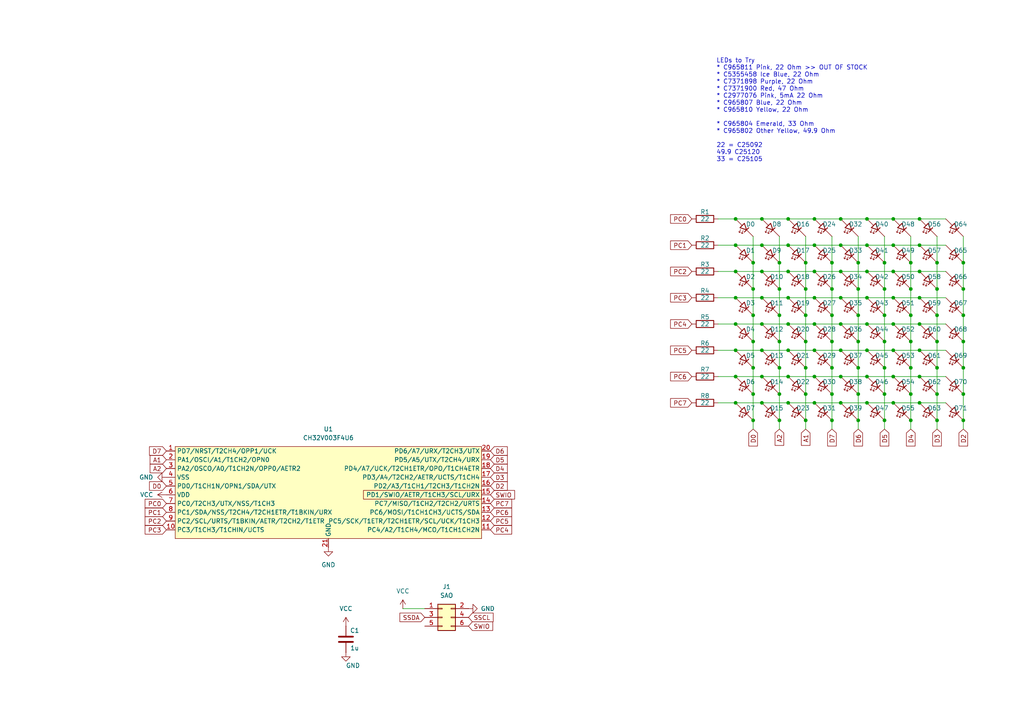
<source format=kicad_sch>
(kicad_sch (version 20250114) (generator "eeschema") (generator_version "9.0")
  (paper "A4")
  (lib_symbols
    (symbol "Connector_Generic:Conn_02x03_Odd_Even" (pin_names (offset 1.016) (hide yes))
      (property "Reference" "J" (at 1.27 5.08 0))
      (property "Value" "Conn_02x03_Odd_Even" (at 1.27 -5.08 0))
      (symbol "Conn_02x03_Odd_Even_1_1"
        (pin passive line (at -5.08 2.54 0) (length 3.81) (name "Pin_1") (number "1"))
        (pin passive line (at -5.08 0 0) (length 3.81) (name "Pin_3") (number "3"))
        (pin passive line (at -5.08 -2.54 0) (length 3.81) (name "Pin_5") (number "5"))
        (pin passive line (at 7.62 2.54 180) (length 3.81) (name "Pin_2") (number "2"))
        (pin passive line (at 7.62 0 180) (length 3.81) (name "Pin_4") (number "4"))
        (pin passive line (at 7.62 -2.54 180) (length 3.81) (name "Pin_6") (number "6"))
      )
    )
    (symbol "Device:C" (pin_numbers (hide yes)) (pin_names (offset 0.254))
      (property "Reference" "C" (at 0.635 2.54 0))
      (property "Value" "C" (at 0.635 -2.54 0))
      (symbol "C_1_1"
        (pin passive line (at 0 3.81 270) (length 2.794) (name "~") (number "1"))
        (pin passive line (at 0 -3.81 90) (length 2.794) (name "~") (number "2"))
      )
    )
    (symbol "Device:LED_45deg" (pin_numbers (hide yes)) (pin_names (offset 0) (hide yes))
      (property "Reference" "D" (at 1.27 2.54 0))
      (property "Value" "LED_45deg" (at 1.27 0 0))
      (property "Sim.Pins" "1=K 2=A" (at 0 0 0))
      (symbol "LED_45deg_1_1"
        (pin passive line (at -2.54 2.54 0) (length 0) (name "A") (number "2"))
        (pin passive line (at 2.54 -2.54 180) (length 0) (name "K") (number "1"))
      )
    )
    (symbol "Device:R" (pin_numbers (hide yes)) (pin_names (offset 0))
      (property "Reference" "R" (at 2.032 0 90))
      (property "Value" "R" (at 0 0 90))
      (symbol "R_1_1"
        (pin passive line (at 0 3.81 270) (length 1.27) (name "~") (number "1"))
        (pin passive line (at 0 -3.81 90) (length 1.27) (name "~") (number "2"))
      )
    )
    (symbol "cnhardware:CH32V003F4U6"
      (property "Reference" "U2" (at 0 17.78 0))
      (property "Value" "CH32V003F4U6" (at 0 15.24 0))
      (symbol "CH32V003F4U6_1_1"
        (pin bidirectional line (at -46.99 11.43 0) (length 2.54) (name "PD7/NRST/T2CH4/OPP1/UCK") (number "1"))
        (pin bidirectional line (at -46.99 8.89 0) (length 2.54) (name "PA1/OSCI/A1/T1CH2/OPN0") (number "2"))
        (pin bidirectional line (at -46.99 6.35 0) (length 2.54) (name "PA2/OSCO/A0/T1CH2N/OPP0/AETR2") (number "3"))
        (pin bidirectional line (at -46.99 3.81 0) (length 2.54) (name "VSS") (number "4"))
        (pin bidirectional line (at -46.99 1.27 0) (length 2.54) (name "PD0/T1CH1N/OPN1/SDA/UTX") (number "5"))
        (pin bidirectional line (at -46.99 -1.27 0) (length 2.54) (name "VDD") (number "6"))
        (pin bidirectional line (at -46.99 -3.81 0) (length 2.54) (name "PC0/T2CH3/UTX/NSS/T1CH3") (number "7"))
        (pin bidirectional line (at -46.99 -6.35 0) (length 2.54) (name "PC1/SDA/NSS/T2CH4/T2CH1ETR/T1BKIN/URX") (number "8"))
        (pin bidirectional line (at -46.99 -8.89 0) (length 2.54) (name "PC2/SCL/URTS/T1BKIN/AETR/T2CH2/T1ETR") (number "9"))
        (pin bidirectional line (at -46.99 -11.43 0) (length 2.54) (name "PC3/T1CH3/T1CHIN/UCTS") (number "10"))
        (pin bidirectional line (at 0 -16.51 90) (length 2.54) (name "GND") (number "21"))
        (pin bidirectional line (at 46.99 11.43 180) (length 2.54) (name "PD6/A7/URX/T2CH3/UTX") (number "20"))
        (pin bidirectional line (at 46.99 8.89 180) (length 2.54) (name "PD5/A5/UTX/T2CH4/URX") (number "19"))
        (pin bidirectional line (at 46.99 6.35 180) (length 2.54) (name "PD4/A7/UCK/T2CH1ETR/OPO/T1CH4ETR") (number "18"))
        (pin bidirectional line (at 46.99 3.81 180) (length 2.54) (name "PD3/A4/T2CH2/AETR/UCTS/T1CH4") (number "17"))
        (pin bidirectional line (at 46.99 1.27 180) (length 2.54) (name "PD2/A3/T1CH1/T2CH3/T1CH2N") (number "16"))
        (pin bidirectional line (at 46.99 -1.27 180) (length 2.54) (name "PD1/SWIO/AETR/T1CH3/SCL/URX") (number "15"))
        (pin bidirectional line (at 46.99 -3.81 180) (length 2.54) (name "PC7/MISO/T1CH2/T2CH2/URTS") (number "14"))
        (pin bidirectional line (at 46.99 -6.35 180) (length 2.54) (name "PC6/MOSI/T1CH1CH3/UCTS/SDA") (number "13"))
        (pin bidirectional line (at 46.99 -8.89 180) (length 2.54) (name "PC5/SCK/T1ETR/T2CH1ETR/SCL/UCK/T1CH3") (number "12"))
        (pin bidirectional line (at 46.99 -11.43 180) (length 2.54) (name "PC4/A2/T1CH4/MCO/T1CH1CH2N") (number "11"))
      )
    )
    (symbol "power:GND" (power) (pin_numbers (hide yes)) (pin_names (offset 0) (hide yes))
      (property "Value" "GND" (at 0 -3.81 0))
      (symbol "GND_1_1"
        (pin power_in line (at 0 0 270) (length 0) (name "~") (number "1"))
      )
    )
    (symbol "power:VCC" (power) (pin_numbers (hide yes)) (pin_names (offset 0) (hide yes))
      (property "Value" "VCC" (at 0 3.556 0))
      (symbol "VCC_1_1"
        (pin power_in line (at 0 0 90) (length 0) (name "~") (number "1"))
      )
    )
  )
  (text "LEDs to Try\n* C965811 Pink, 22 Ohm >> OUT OF STOCK\n* C5355458 Ice Blue, 22 Ohm\n* C7371898 Purple, 22 Ohm\n* C7371900 Red, 47 Ohm\n* C2977076 Pink, 5mA 22 Ohm\n* C965807 Blue, 22 Ohm\n* C965810 Yellow, 22 Ohm\n\n* C965804 Emerald, 33 Ohm\n* C965802 Other Yellow, 49.9 Ohm\n\n22 = C25092\n49.9 C25120\n33 = C25105" (at 207.772 32.004 0) (effects (font (size 1.27 1.27)) (justify left)))
  (junction (at 264.16 91.44))
  (junction (at 264.16 114.3))
  (junction (at 233.68 114.3))
  (junction (at 259.08 109.22))
  (junction (at 266.7 71.12))
  (junction (at 243.84 109.22))
  (junction (at 266.7 116.84))
  (junction (at 220.98 109.22))
  (junction (at 218.44 114.3))
  (junction (at 220.98 86.36))
  (junction (at 248.92 76.2))
  (junction (at 233.68 76.2))
  (junction (at 213.36 78.74))
  (junction (at 220.98 78.74))
  (junction (at 243.84 71.12))
  (junction (at 271.78 114.3))
  (junction (at 264.16 99.06))
  (junction (at 251.46 86.36))
  (junction (at 218.44 121.92))
  (junction (at 256.54 99.06))
  (junction (at 241.3 91.44))
  (junction (at 271.78 106.68))
  (junction (at 264.16 76.2))
  (junction (at 236.22 109.22))
  (junction (at 220.98 63.5))
  (junction (at 220.98 93.98))
  (junction (at 226.06 83.82))
  (junction (at 259.08 93.98))
  (junction (at 218.44 76.2))
  (junction (at 279.4 121.92))
  (junction (at 248.92 99.06))
  (junction (at 236.22 116.84))
  (junction (at 251.46 116.84))
  (junction (at 213.36 86.36))
  (junction (at 226.06 91.44))
  (junction (at 259.08 86.36))
  (junction (at 264.16 106.68))
  (junction (at 259.08 101.6))
  (junction (at 226.06 99.06))
  (junction (at 233.68 83.82))
  (junction (at 251.46 71.12))
  (junction (at 279.4 83.82))
  (junction (at 279.4 99.06))
  (junction (at 279.4 91.44))
  (junction (at 218.44 99.06))
  (junction (at 251.46 78.74))
  (junction (at 226.06 76.2))
  (junction (at 236.22 101.6))
  (junction (at 248.92 106.68))
  (junction (at 218.44 83.82))
  (junction (at 264.16 83.82))
  (junction (at 243.84 86.36))
  (junction (at 243.84 101.6))
  (junction (at 228.6 78.74))
  (junction (at 266.7 93.98))
  (junction (at 213.36 101.6))
  (junction (at 259.08 116.84))
  (junction (at 251.46 63.5))
  (junction (at 220.98 101.6))
  (junction (at 213.36 116.84))
  (junction (at 243.84 78.74))
  (junction (at 228.6 116.84))
  (junction (at 228.6 71.12))
  (junction (at 241.3 99.06))
  (junction (at 256.54 121.92))
  (junction (at 248.92 91.44))
  (junction (at 266.7 109.22))
  (junction (at 243.84 63.5))
  (junction (at 236.22 63.5))
  (junction (at 233.68 91.44))
  (junction (at 233.68 106.68))
  (junction (at 271.78 83.82))
  (junction (at 271.78 99.06))
  (junction (at 236.22 71.12))
  (junction (at 228.6 86.36))
  (junction (at 271.78 76.2))
  (junction (at 279.4 114.3))
  (junction (at 213.36 109.22))
  (junction (at 256.54 106.68))
  (junction (at 279.4 106.68))
  (junction (at 271.78 91.44))
  (junction (at 226.06 121.92))
  (junction (at 241.3 76.2))
  (junction (at 256.54 91.44))
  (junction (at 279.4 76.2))
  (junction (at 266.7 78.74))
  (junction (at 233.68 121.92))
  (junction (at 218.44 91.44))
  (junction (at 226.06 106.68))
  (junction (at 251.46 101.6))
  (junction (at 236.22 78.74))
  (junction (at 271.78 121.92))
  (junction (at 226.06 114.3))
  (junction (at 251.46 109.22))
  (junction (at 243.84 116.84))
  (junction (at 228.6 109.22))
  (junction (at 241.3 121.92))
  (junction (at 266.7 86.36))
  (junction (at 251.46 93.98))
  (junction (at 213.36 93.98))
  (junction (at 256.54 83.82))
  (junction (at 259.08 63.5))
  (junction (at 259.08 71.12))
  (junction (at 256.54 114.3))
  (junction (at 248.92 121.92))
  (junction (at 228.6 101.6))
  (junction (at 248.92 83.82))
  (junction (at 213.36 63.5))
  (junction (at 259.08 78.74))
  (junction (at 243.84 93.98))
  (junction (at 256.54 76.2))
  (junction (at 228.6 93.98))
  (junction (at 241.3 106.68))
  (junction (at 266.7 101.6))
  (junction (at 213.36 71.12))
  (junction (at 218.44 106.68))
  (junction (at 248.92 114.3))
  (junction (at 220.98 116.84))
  (junction (at 228.6 63.5))
  (junction (at 236.22 86.36))
  (junction (at 264.16 121.92))
  (junction (at 241.3 83.82))
  (junction (at 220.98 71.12))
  (junction (at 241.3 114.3))
  (junction (at 233.68 99.06))
  (junction (at 236.22 93.98))
  (junction (at 266.7 63.5))
  (wire (pts (xy 264.16 99.06) (xy 264.16 106.68)))
  (wire (pts (xy 248.92 68.58) (xy 248.92 76.2)))
  (wire (pts (xy 248.92 99.06) (xy 248.92 106.68)))
  (wire (pts (xy 256.54 99.06) (xy 256.54 106.68)))
  (wire (pts (xy 226.06 91.44) (xy 226.06 99.06)))
  (wire (pts (xy 241.3 91.44) (xy 241.3 99.06)))
  (wire (pts (xy 271.78 99.06) (xy 271.78 106.68)))
  (wire (pts (xy 220.98 93.98) (xy 228.6 93.98)))
  (wire (pts (xy 218.44 91.44) (xy 218.44 99.06)))
  (wire (pts (xy 241.3 114.3) (xy 241.3 121.92)))
  (wire (pts (xy 226.06 106.68) (xy 226.06 114.3)))
  (wire (pts (xy 271.78 106.68) (xy 271.78 114.3)))
  (wire (pts (xy 243.84 63.5) (xy 251.46 63.5)))
  (wire (pts (xy 248.92 76.2) (xy 248.92 83.82)))
  (wire (pts (xy 213.36 78.74) (xy 220.98 78.74)))
  (wire (pts (xy 228.6 86.36) (xy 236.22 86.36)))
  (wire (pts (xy 259.08 116.84) (xy 266.7 116.84)))
  (wire (pts (xy 266.7 71.12) (xy 274.32 71.12)))
  (wire (pts (xy 218.44 121.92) (xy 218.44 124.46)))
  (wire (pts (xy 248.92 91.44) (xy 248.92 99.06)))
  (wire (pts (xy 228.6 78.74) (xy 236.22 78.74)))
  (wire (pts (xy 279.4 76.2) (xy 279.4 83.82)))
  (wire (pts (xy 264.16 83.82) (xy 264.16 91.44)))
  (wire (pts (xy 256.54 76.2) (xy 256.54 83.82)))
  (wire (pts (xy 243.84 86.36) (xy 251.46 86.36)))
  (wire (pts (xy 226.06 121.92) (xy 226.06 124.46)))
  (wire (pts (xy 226.06 68.58) (xy 226.06 76.2)))
  (wire (pts (xy 220.98 109.22) (xy 228.6 109.22)))
  (wire (pts (xy 213.36 71.12) (xy 220.98 71.12)))
  (wire (pts (xy 228.6 109.22) (xy 236.22 109.22)))
  (wire (pts (xy 256.54 106.68) (xy 256.54 114.3)))
  (wire (pts (xy 264.16 68.58) (xy 264.16 76.2)))
  (wire (pts (xy 208.28 78.74) (xy 213.36 78.74)))
  (wire (pts (xy 208.28 93.98) (xy 213.36 93.98)))
  (wire (pts (xy 256.54 114.3) (xy 256.54 121.92)))
  (wire (pts (xy 271.78 91.44) (xy 271.78 99.06)))
  (wire (pts (xy 266.7 86.36) (xy 274.32 86.36)))
  (wire (pts (xy 228.6 63.5) (xy 236.22 63.5)))
  (wire (pts (xy 251.46 78.74) (xy 259.08 78.74)))
  (wire (pts (xy 236.22 71.12) (xy 243.84 71.12)))
  (wire (pts (xy 251.46 93.98) (xy 259.08 93.98)))
  (wire (pts (xy 279.4 121.92) (xy 279.4 124.46)))
  (wire (pts (xy 226.06 76.2) (xy 226.06 83.82)))
  (wire (pts (xy 271.78 121.92) (xy 271.78 124.46)))
  (wire (pts (xy 213.36 93.98) (xy 220.98 93.98)))
  (wire (pts (xy 241.3 83.82) (xy 241.3 91.44)))
  (wire (pts (xy 266.7 78.74) (xy 274.32 78.74)))
  (wire (pts (xy 233.68 99.06) (xy 233.68 106.68)))
  (wire (pts (xy 236.22 78.74) (xy 243.84 78.74)))
  (wire (pts (xy 256.54 68.58) (xy 256.54 76.2)))
  (wire (pts (xy 256.54 91.44) (xy 256.54 99.06)))
  (wire (pts (xy 266.7 116.84) (xy 274.32 116.84)))
  (wire (pts (xy 256.54 83.82) (xy 256.54 91.44)))
  (wire (pts (xy 208.28 86.36) (xy 213.36 86.36)))
  (wire (pts (xy 241.3 106.68) (xy 241.3 114.3)))
  (wire (pts (xy 220.98 63.5) (xy 228.6 63.5)))
  (wire (pts (xy 228.6 93.98) (xy 236.22 93.98)))
  (wire (pts (xy 213.36 63.5) (xy 220.98 63.5)))
  (wire (pts (xy 259.08 109.22) (xy 266.7 109.22)))
  (wire (pts (xy 241.3 99.06) (xy 241.3 106.68)))
  (wire (pts (xy 218.44 99.06) (xy 218.44 106.68)))
  (wire (pts (xy 264.16 76.2) (xy 264.16 83.82)))
  (wire (pts (xy 116.84 176.53) (xy 123.19 176.53)))
  (wire (pts (xy 228.6 116.84) (xy 236.22 116.84)))
  (wire (pts (xy 248.92 83.82) (xy 248.92 91.44)))
  (wire (pts (xy 264.16 91.44) (xy 264.16 99.06)))
  (wire (pts (xy 266.7 101.6) (xy 274.32 101.6)))
  (wire (pts (xy 236.22 63.5) (xy 243.84 63.5)))
  (wire (pts (xy 236.22 109.22) (xy 243.84 109.22)))
  (wire (pts (xy 233.68 114.3) (xy 233.68 121.92)))
  (wire (pts (xy 241.3 76.2) (xy 241.3 83.82)))
  (wire (pts (xy 241.3 121.92) (xy 241.3 124.46)))
  (wire (pts (xy 220.98 116.84) (xy 228.6 116.84)))
  (wire (pts (xy 259.08 101.6) (xy 266.7 101.6)))
  (wire (pts (xy 218.44 68.58) (xy 218.44 76.2)))
  (wire (pts (xy 271.78 114.3) (xy 271.78 121.92)))
  (wire (pts (xy 271.78 68.58) (xy 271.78 76.2)))
  (wire (pts (xy 243.84 101.6) (xy 251.46 101.6)))
  (wire (pts (xy 236.22 93.98) (xy 243.84 93.98)))
  (wire (pts (xy 279.4 99.06) (xy 279.4 106.68)))
  (wire (pts (xy 228.6 71.12) (xy 236.22 71.12)))
  (wire (pts (xy 259.08 93.98) (xy 266.7 93.98)))
  (wire (pts (xy 243.84 71.12) (xy 251.46 71.12)))
  (wire (pts (xy 243.84 93.98) (xy 251.46 93.98)))
  (wire (pts (xy 213.36 101.6) (xy 220.98 101.6)))
  (wire (pts (xy 279.4 68.58) (xy 279.4 76.2)))
  (wire (pts (xy 251.46 86.36) (xy 259.08 86.36)))
  (wire (pts (xy 279.4 106.68) (xy 279.4 114.3)))
  (wire (pts (xy 226.06 99.06) (xy 226.06 106.68)))
  (wire (pts (xy 208.28 109.22) (xy 213.36 109.22)))
  (wire (pts (xy 259.08 78.74) (xy 266.7 78.74)))
  (wire (pts (xy 220.98 86.36) (xy 228.6 86.36)))
  (wire (pts (xy 279.4 114.3) (xy 279.4 121.92)))
  (wire (pts (xy 233.68 91.44) (xy 233.68 99.06)))
  (wire (pts (xy 220.98 101.6) (xy 228.6 101.6)))
  (wire (pts (xy 213.36 109.22) (xy 220.98 109.22)))
  (wire (pts (xy 259.08 63.5) (xy 266.7 63.5)))
  (wire (pts (xy 218.44 76.2) (xy 218.44 83.82)))
  (wire (pts (xy 241.3 68.58) (xy 241.3 76.2)))
  (wire (pts (xy 236.22 116.84) (xy 243.84 116.84)))
  (wire (pts (xy 271.78 76.2) (xy 271.78 83.82)))
  (wire (pts (xy 236.22 101.6) (xy 243.84 101.6)))
  (wire (pts (xy 220.98 78.74) (xy 228.6 78.74)))
  (wire (pts (xy 259.08 71.12) (xy 266.7 71.12)))
  (wire (pts (xy 259.08 86.36) (xy 266.7 86.36)))
  (wire (pts (xy 233.68 76.2) (xy 233.68 83.82)))
  (wire (pts (xy 213.36 116.84) (xy 220.98 116.84)))
  (wire (pts (xy 243.84 116.84) (xy 251.46 116.84)))
  (wire (pts (xy 256.54 121.92) (xy 256.54 124.46)))
  (wire (pts (xy 243.84 109.22) (xy 251.46 109.22)))
  (wire (pts (xy 233.68 121.92) (xy 233.68 124.46)))
  (wire (pts (xy 264.16 106.68) (xy 264.16 114.3)))
  (wire (pts (xy 248.92 106.68) (xy 248.92 114.3)))
  (wire (pts (xy 266.7 93.98) (xy 274.32 93.98)))
  (wire (pts (xy 233.68 83.82) (xy 233.68 91.44)))
  (wire (pts (xy 279.4 91.44) (xy 279.4 99.06)))
  (wire (pts (xy 218.44 83.82) (xy 218.44 91.44)))
  (wire (pts (xy 264.16 121.92) (xy 264.16 124.46)))
  (wire (pts (xy 226.06 83.82) (xy 226.06 91.44)))
  (wire (pts (xy 243.84 78.74) (xy 251.46 78.74)))
  (wire (pts (xy 271.78 83.82) (xy 271.78 91.44)))
  (wire (pts (xy 248.92 114.3) (xy 248.92 121.92)))
  (wire (pts (xy 208.28 63.5) (xy 213.36 63.5)))
  (wire (pts (xy 264.16 114.3) (xy 264.16 121.92)))
  (wire (pts (xy 218.44 106.68) (xy 218.44 114.3)))
  (wire (pts (xy 233.68 68.58) (xy 233.68 76.2)))
  (wire (pts (xy 251.46 63.5) (xy 259.08 63.5)))
  (wire (pts (xy 208.28 101.6) (xy 213.36 101.6)))
  (wire (pts (xy 220.98 71.12) (xy 228.6 71.12)))
  (wire (pts (xy 228.6 101.6) (xy 236.22 101.6)))
  (wire (pts (xy 251.46 101.6) (xy 259.08 101.6)))
  (wire (pts (xy 208.28 71.12) (xy 213.36 71.12)))
  (wire (pts (xy 248.92 121.92) (xy 248.92 124.46)))
  (wire (pts (xy 218.44 114.3) (xy 218.44 121.92)))
  (wire (pts (xy 213.36 86.36) (xy 220.98 86.36)))
  (wire (pts (xy 208.28 116.84) (xy 213.36 116.84)))
  (wire (pts (xy 236.22 86.36) (xy 243.84 86.36)))
  (wire (pts (xy 279.4 83.82) (xy 279.4 91.44)))
  (wire (pts (xy 266.7 63.5) (xy 274.32 63.5)))
  (wire (pts (xy 251.46 116.84) (xy 259.08 116.84)))
  (wire (pts (xy 233.68 106.68) (xy 233.68 114.3)))
  (wire (pts (xy 266.7 109.22) (xy 274.32 109.22)))
  (wire (pts (xy 251.46 71.12) (xy 259.08 71.12)))
  (wire (pts (xy 226.06 114.3) (xy 226.06 121.92)))
  (wire (pts (xy 251.46 109.22) (xy 259.08 109.22)))
  (global_label "PC6" (shape input) (at 200.66 109.22 180) (property "Intersheetrefs" "${INTERSHEET_REFS}" (effects (hide yes))))
  (global_label "D0" (shape input) (at 48.26 140.97 180) (property "Intersheetrefs" "${INTERSHEET_REFS}" (effects (hide yes))))
  (global_label "PC4" (shape input) (at 200.66 93.98 180) (property "Intersheetrefs" "${INTERSHEET_REFS}" (effects (hide yes))))
  (global_label "PC7" (shape input) (at 142.24 146.05 0) (property "Intersheetrefs" "${INTERSHEET_REFS}" (effects (hide yes))))
  (global_label "PC2" (shape input) (at 200.66 78.74 180) (property "Intersheetrefs" "${INTERSHEET_REFS}" (effects (hide yes))))
  (global_label "D7" (shape input) (at 48.26 130.81 180) (property "Intersheetrefs" "${INTERSHEET_REFS}" (effects (hide yes))))
  (global_label "PC1" (shape input) (at 48.26 148.59 180) (property "Intersheetrefs" "${INTERSHEET_REFS}" (effects (hide yes))))
  (global_label "PC0" (shape input) (at 48.26 146.05 180) (property "Intersheetrefs" "${INTERSHEET_REFS}" (effects (hide yes))))
  (global_label "A2" (shape input) (at 226.06 124.46 270) (property "Intersheetrefs" "${INTERSHEET_REFS}" (effects (hide yes))))
  (global_label "PC2" (shape input) (at 48.26 151.13 180) (property "Intersheetrefs" "${INTERSHEET_REFS}" (effects (hide yes))))
  (global_label "A1" (shape input) (at 233.68 124.46 270) (property "Intersheetrefs" "${INTERSHEET_REFS}" (effects (hide yes))))
  (global_label "PC3" (shape input) (at 48.26 153.67 180) (property "Intersheetrefs" "${INTERSHEET_REFS}" (effects (hide yes))))
  (global_label "D0" (shape input) (at 218.44 124.46 270) (property "Intersheetrefs" "${INTERSHEET_REFS}" (effects (hide yes))))
  (global_label "D5" (shape input) (at 142.24 133.35 0) (property "Intersheetrefs" "${INTERSHEET_REFS}" (effects (hide yes))))
  (global_label "A1" (shape input) (at 48.26 133.35 180) (property "Intersheetrefs" "${INTERSHEET_REFS}" (effects (hide yes))))
  (global_label "SWIO" (shape input) (at 142.24 143.51 0) (property "Intersheetrefs" "${INTERSHEET_REFS}" (effects (hide yes))))
  (global_label "PC5" (shape input) (at 142.24 151.13 0) (property "Intersheetrefs" "${INTERSHEET_REFS}" (effects (hide yes))))
  (global_label "SSCL" (shape input) (at 135.89 179.07 0) (property "Intersheetrefs" "${INTERSHEET_REFS}" (effects (hide yes))))
  (global_label "D4" (shape input) (at 264.16 124.46 270) (property "Intersheetrefs" "${INTERSHEET_REFS}" (effects (hide yes))))
  (global_label "PC3" (shape input) (at 200.66 86.36 180) (property "Intersheetrefs" "${INTERSHEET_REFS}" (effects (hide yes))))
  (global_label "D6" (shape input) (at 248.92 124.46 270) (property "Intersheetrefs" "${INTERSHEET_REFS}" (effects (hide yes))))
  (global_label "PC4" (shape input) (at 142.24 153.67 0) (property "Intersheetrefs" "${INTERSHEET_REFS}" (effects (hide yes))))
  (global_label "PC0" (shape input) (at 200.66 63.5 180) (property "Intersheetrefs" "${INTERSHEET_REFS}" (effects (hide yes))))
  (global_label "D4" (shape input) (at 142.24 135.89 0) (property "Intersheetrefs" "${INTERSHEET_REFS}" (effects (hide yes))))
  (global_label "SWIO" (shape input) (at 135.89 181.61 0) (property "Intersheetrefs" "${INTERSHEET_REFS}" (effects (hide yes))))
  (global_label "D5" (shape input) (at 256.54 124.46 270) (property "Intersheetrefs" "${INTERSHEET_REFS}" (effects (hide yes))))
  (global_label "SSDA" (shape input) (at 123.19 179.07 180) (property "Intersheetrefs" "${INTERSHEET_REFS}" (effects (hide yes))))
  (global_label "D2" (shape input) (at 279.4 124.46 270) (property "Intersheetrefs" "${INTERSHEET_REFS}" (effects (hide yes))))
  (global_label "D2" (shape input) (at 142.24 140.97 0) (property "Intersheetrefs" "${INTERSHEET_REFS}" (effects (hide yes))))
  (global_label "PC6" (shape input) (at 142.24 148.59 0) (property "Intersheetrefs" "${INTERSHEET_REFS}" (effects (hide yes))))
  (global_label "D6" (shape input) (at 142.24 130.81 0) (property "Intersheetrefs" "${INTERSHEET_REFS}" (effects (hide yes))))
  (global_label "PC5" (shape input) (at 200.66 101.6 180) (property "Intersheetrefs" "${INTERSHEET_REFS}" (effects (hide yes))))
  (global_label "D3" (shape input) (at 142.24 138.43 0) (property "Intersheetrefs" "${INTERSHEET_REFS}" (effects (hide yes))))
  (global_label "D3" (shape input) (at 271.78 124.46 270) (property "Intersheetrefs" "${INTERSHEET_REFS}" (effects (hide yes))))
  (global_label "PC1" (shape input) (at 200.66 71.12 180) (property "Intersheetrefs" "${INTERSHEET_REFS}" (effects (hide yes))))
  (global_label "PC7" (shape input) (at 200.66 116.84 180) (property "Intersheetrefs" "${INTERSHEET_REFS}" (effects (hide yes))))
  (global_label "D7" (shape input) (at 241.3 124.46 270) (property "Intersheetrefs" "${INTERSHEET_REFS}" (effects (hide yes))))
  (global_label "A2" (shape input) (at 48.26 135.89 180) (property "Intersheetrefs" "${INTERSHEET_REFS}" (effects (hide yes))))
  (symbol (lib_id "Device:LED_45deg") (at 215.9 119.38 0) (unit 1)
    (property "Reference" "D7" (at 217.678 118.364 0))
    (property "Value" "LED_45deg" (effects (hide yes)))
    (property "Footprint" "LED_SMD:LED_0603_1608Metric" (effects (hide yes)))
    (property "Description" "Light emitting diode, rotated by 45°" (effects (hide yes)))
    (property "Sim.Pins" "1=K 2=A" (effects (hide yes)))
    (property "LCSC" "C2977076" (effects (hide yes)))
  )
  (symbol (lib_id "power:GND") (at 48.26 138.43 270) (unit 1)
    (property "Reference" "#PWR01" (effects (hide yes)))
    (property "Value" "GND" (at 44.45 138.4299 90) (effects (justify right)))
    (property "Description" "Power symbol creates a global label with name \"GND\" , ground" (effects (hide yes)))
  )
  (symbol (lib_id "Device:LED_45deg") (at 231.14 104.14 0) (unit 1)
    (property "Reference" "D21" (at 232.918 103.124 0))
    (property "Value" "LED_45deg" (effects (hide yes)))
    (property "Footprint" "LED_SMD:LED_0603_1608Metric" (effects (hide yes)))
    (property "Description" "Light emitting diode, rotated by 45°" (effects (hide yes)))
    (property "Sim.Pins" "1=K 2=A" (effects (hide yes)))
    (property "LCSC" "C2977076" (effects (hide yes)))
  )
  (symbol (lib_id "Device:LED_45deg") (at 231.14 81.28 0) (unit 1)
    (property "Reference" "D18" (at 232.918 80.264 0))
    (property "Value" "LED_45deg" (effects (hide yes)))
    (property "Footprint" "LED_SMD:LED_0603_1608Metric" (effects (hide yes)))
    (property "Description" "Light emitting diode, rotated by 45°" (effects (hide yes)))
    (property "Sim.Pins" "1=K 2=A" (effects (hide yes)))
    (property "LCSC" "C2977076" (effects (hide yes)))
  )
  (symbol (lib_id "Device:LED_45deg") (at 223.52 88.9 0) (unit 1)
    (property "Reference" "D11" (at 225.298 87.884 0))
    (property "Value" "LED_45deg" (effects (hide yes)))
    (property "Footprint" "LED_SMD:LED_0603_1608Metric" (effects (hide yes)))
    (property "Description" "Light emitting diode, rotated by 45°" (effects (hide yes)))
    (property "Sim.Pins" "1=K 2=A" (effects (hide yes)))
    (property "LCSC" "C2977076" (effects (hide yes)))
  )
  (symbol (lib_id "Device:LED_45deg") (at 231.14 88.9 0) (unit 1)
    (property "Reference" "D19" (at 232.918 87.884 0))
    (property "Value" "LED_45deg" (effects (hide yes)))
    (property "Footprint" "LED_SMD:LED_0603_1608Metric" (effects (hide yes)))
    (property "Description" "Light emitting diode, rotated by 45°" (effects (hide yes)))
    (property "Sim.Pins" "1=K 2=A" (effects (hide yes)))
    (property "LCSC" "C2977076" (effects (hide yes)))
  )
  (symbol (lib_id "cnhardware:CH32V003F4U6") (at 95.25 142.24 0) (unit 1)
    (property "Reference" "U1" (at 95.25 124.46 0))
    (property "Value" "CH32V003F4U6" (at 95.25 127 0))
    (property "Footprint" "Package_DFN_QFN:QFN-20-1EP_3x3mm_P0.4mm_EP1.65x1.65mm" (effects (hide yes)))
    (property "LCSC" "C5299908" (effects (hide yes)))
  )
  (symbol (lib_id "Device:LED_45deg") (at 246.38 111.76 0) (unit 1)
    (property "Reference" "D38" (at 248.158 110.744 0))
    (property "Value" "LED_45deg" (effects (hide yes)))
    (property "Footprint" "LED_SMD:LED_0603_1608Metric" (effects (hide yes)))
    (property "Description" "Light emitting diode, rotated by 45°" (effects (hide yes)))
    (property "Sim.Pins" "1=K 2=A" (effects (hide yes)))
    (property "LCSC" "C2977076" (effects (hide yes)))
  )
  (symbol (lib_id "Device:LED_45deg") (at 215.9 88.9 0) (unit 1)
    (property "Reference" "D3" (at 217.678 87.884 0))
    (property "Value" "LED_45deg" (effects (hide yes)))
    (property "Footprint" "LED_SMD:LED_0603_1608Metric" (effects (hide yes)))
    (property "Description" "Light emitting diode, rotated by 45°" (effects (hide yes)))
    (property "Sim.Pins" "1=K 2=A" (effects (hide yes)))
    (property "LCSC" "C2977076" (effects (hide yes)))
  )
  (symbol (lib_id "Device:LED_45deg") (at 269.24 96.52 0) (unit 1)
    (property "Reference" "D60" (at 271.018 95.504 0))
    (property "Value" "LED_45deg" (effects (hide yes)))
    (property "Footprint" "LED_SMD:LED_0603_1608Metric" (effects (hide yes)))
    (property "Description" "Light emitting diode, rotated by 45°" (effects (hide yes)))
    (property "Sim.Pins" "1=K 2=A" (effects (hide yes)))
    (property "LCSC" "C2977076" (effects (hide yes)))
  )
  (symbol (lib_id "Device:LED_45deg") (at 246.38 104.14 0) (unit 1)
    (property "Reference" "D37" (at 248.158 103.124 0))
    (property "Value" "LED_45deg" (effects (hide yes)))
    (property "Footprint" "LED_SMD:LED_0603_1608Metric" (effects (hide yes)))
    (property "Description" "Light emitting diode, rotated by 45°" (effects (hide yes)))
    (property "Sim.Pins" "1=K 2=A" (effects (hide yes)))
    (property "LCSC" "C2977076" (effects (hide yes)))
  )
  (symbol (lib_id "Device:LED_45deg") (at 215.9 66.04 0) (unit 1)
    (property "Reference" "D0" (at 217.678 65.024 0))
    (property "Value" "LED_45deg" (effects (hide yes)))
    (property "Footprint" "LED_SMD:LED_0603_1608Metric" (effects (hide yes)))
    (property "Description" "Light emitting diode, rotated by 45°" (effects (hide yes)))
    (property "Sim.Pins" "1=K 2=A" (effects (hide yes)))
    (property "LCSC" "C2977076" (effects (hide yes)))
  )
  (symbol (lib_id "Connector_Generic:Conn_02x03_Odd_Even") (at 128.27 179.07 0) (unit 1)
    (property "Reference" "J1" (at 129.54 170.18 0))
    (property "Value" "SAO" (at 129.54 172.72 0))
    (property "Footprint" "Connector_PinHeader_2.54mm:PinHeader_2x03_P2.54mm_Vertical_SMD" (effects (hide yes)))
    (property "Description" "Generic connector, double row, 02x03, odd/even pin numbering scheme (row 1 odd numbers, row 2 even numbers), script generated (kicad-library-utils/schlib/autogen/connector/)" (effects (hide yes)))
  )
  (symbol (lib_id "Device:LED_45deg") (at 269.24 81.28 0) (unit 1)
    (property "Reference" "D58" (at 271.018 80.264 0))
    (property "Value" "LED_45deg" (effects (hide yes)))
    (property "Footprint" "LED_SMD:LED_0603_1608Metric" (effects (hide yes)))
    (property "Description" "Light emitting diode, rotated by 45°" (effects (hide yes)))
    (property "Sim.Pins" "1=K 2=A" (effects (hide yes)))
    (property "LCSC" "C2977076" (effects (hide yes)))
  )
  (symbol (lib_id "Device:R") (at 204.47 63.5 90) (unit 1)
    (property "Reference" "R1" (at 204.47 61.468 90))
    (property "Value" "22" (at 204.47 63.5 90))
    (property "Footprint" "Resistor_SMD:R_0402_1005Metric" (effects (hide yes)))
    (property "Description" "Resistor" (effects (hide yes)))
    (property "LCSC" "C25092" (effects (hide yes)))
  )
  (symbol (lib_id "Device:LED_45deg") (at 246.38 88.9 0) (unit 1)
    (property "Reference" "D35" (at 248.158 87.884 0))
    (property "Value" "LED_45deg" (effects (hide yes)))
    (property "Footprint" "LED_SMD:LED_0603_1608Metric" (effects (hide yes)))
    (property "Description" "Light emitting diode, rotated by 45°" (effects (hide yes)))
    (property "Sim.Pins" "1=K 2=A" (effects (hide yes)))
    (property "LCSC" "C2977076" (effects (hide yes)))
  )
  (symbol (lib_id "Device:LED_45deg") (at 254 66.04 0) (unit 1)
    (property "Reference" "D40" (at 255.778 65.024 0))
    (property "Value" "LED_45deg" (effects (hide yes)))
    (property "Footprint" "LED_SMD:LED_0603_1608Metric" (effects (hide yes)))
    (property "Description" "Light emitting diode, rotated by 45°" (effects (hide yes)))
    (property "Sim.Pins" "1=K 2=A" (effects (hide yes)))
    (property "LCSC" "C2977076" (effects (hide yes)))
  )
  (symbol (lib_id "Device:LED_45deg") (at 215.9 96.52 0) (unit 1)
    (property "Reference" "D4" (at 217.678 95.504 0))
    (property "Value" "LED_45deg" (effects (hide yes)))
    (property "Footprint" "LED_SMD:LED_0603_1608Metric" (effects (hide yes)))
    (property "Description" "Light emitting diode, rotated by 45°" (effects (hide yes)))
    (property "Sim.Pins" "1=K 2=A" (effects (hide yes)))
    (property "LCSC" "C2977076" (effects (hide yes)))
  )
  (symbol (lib_id "Device:LED_45deg") (at 254 119.38 0) (unit 1)
    (property "Reference" "D47" (at 255.778 118.364 0))
    (property "Value" "LED_45deg" (effects (hide yes)))
    (property "Footprint" "LED_SMD:LED_0603_1608Metric" (effects (hide yes)))
    (property "Description" "Light emitting diode, rotated by 45°" (effects (hide yes)))
    (property "Sim.Pins" "1=K 2=A" (effects (hide yes)))
    (property "LCSC" "C2977076" (effects (hide yes)))
  )
  (symbol (lib_id "Device:LED_45deg") (at 231.14 111.76 0) (unit 1)
    (property "Reference" "D22" (at 232.918 110.744 0))
    (property "Value" "LED_45deg" (effects (hide yes)))
    (property "Footprint" "LED_SMD:LED_0603_1608Metric" (effects (hide yes)))
    (property "Description" "Light emitting diode, rotated by 45°" (effects (hide yes)))
    (property "Sim.Pins" "1=K 2=A" (effects (hide yes)))
    (property "LCSC" "C2977076" (effects (hide yes)))
  )
  (symbol (lib_id "Device:LED_45deg") (at 261.62 66.04 0) (unit 1)
    (property "Reference" "D48" (at 263.398 65.024 0))
    (property "Value" "LED_45deg" (effects (hide yes)))
    (property "Footprint" "LED_SMD:LED_0603_1608Metric" (effects (hide yes)))
    (property "Description" "Light emitting diode, rotated by 45°" (effects (hide yes)))
    (property "Sim.Pins" "1=K 2=A" (effects (hide yes)))
    (property "LCSC" "C2977076" (effects (hide yes)))
  )
  (symbol (lib_id "Device:LED_45deg") (at 246.38 119.38 0) (unit 1)
    (property "Reference" "D39" (at 248.158 118.364 0))
    (property "Value" "LED_45deg" (effects (hide yes)))
    (property "Footprint" "LED_SMD:LED_0603_1608Metric" (effects (hide yes)))
    (property "Description" "Light emitting diode, rotated by 45°" (effects (hide yes)))
    (property "Sim.Pins" "1=K 2=A" (effects (hide yes)))
    (property "LCSC" "C2977076" (effects (hide yes)))
  )
  (symbol (lib_id "Device:LED_45deg") (at 276.86 81.28 0) (unit 1)
    (property "Reference" "D66" (at 278.638 80.264 0))
    (property "Value" "LED_45deg" (effects (hide yes)))
    (property "Footprint" "LED_SMD:LED_0603_1608Metric" (effects (hide yes)))
    (property "Description" "Light emitting diode, rotated by 45°" (effects (hide yes)))
    (property "Sim.Pins" "1=K 2=A" (effects (hide yes)))
    (property "LCSC" "C2977076" (effects (hide yes)))
  )
  (symbol (lib_id "Device:LED_45deg") (at 276.86 96.52 0) (unit 1)
    (property "Reference" "D68" (at 278.638 95.504 0))
    (property "Value" "LED_45deg" (effects (hide yes)))
    (property "Footprint" "LED_SMD:LED_0603_1608Metric" (effects (hide yes)))
    (property "Description" "Light emitting diode, rotated by 45°" (effects (hide yes)))
    (property "Sim.Pins" "1=K 2=A" (effects (hide yes)))
    (property "LCSC" "C2977076" (effects (hide yes)))
  )
  (symbol (lib_id "power:GND") (at 95.25 158.75 0) (unit 1)
    (property "Reference" "#PWR03" (effects (hide yes)))
    (property "Value" "GND" (at 95.25 163.83 0))
    (property "Description" "Power symbol creates a global label with name \"GND\" , ground" (effects (hide yes)))
  )
  (symbol (lib_id "Device:LED_45deg") (at 238.76 96.52 0) (unit 1)
    (property "Reference" "D28" (at 240.538 95.504 0))
    (property "Value" "LED_45deg" (effects (hide yes)))
    (property "Footprint" "LED_SMD:LED_0603_1608Metric" (effects (hide yes)))
    (property "Description" "Light emitting diode, rotated by 45°" (effects (hide yes)))
    (property "Sim.Pins" "1=K 2=A" (effects (hide yes)))
    (property "LCSC" "C2977076" (effects (hide yes)))
  )
  (symbol (lib_id "Device:LED_45deg") (at 238.76 66.04 0) (unit 1)
    (property "Reference" "D24" (at 240.538 65.024 0))
    (property "Value" "LED_45deg" (effects (hide yes)))
    (property "Footprint" "LED_SMD:LED_0603_1608Metric" (effects (hide yes)))
    (property "Description" "Light emitting diode, rotated by 45°" (effects (hide yes)))
    (property "Sim.Pins" "1=K 2=A" (effects (hide yes)))
    (property "LCSC" "C2977076" (effects (hide yes)))
  )
  (symbol (lib_id "Device:LED_45deg") (at 238.76 104.14 0) (unit 1)
    (property "Reference" "D29" (at 240.538 103.124 0))
    (property "Value" "LED_45deg" (effects (hide yes)))
    (property "Footprint" "LED_SMD:LED_0603_1608Metric" (effects (hide yes)))
    (property "Description" "Light emitting diode, rotated by 45°" (effects (hide yes)))
    (property "Sim.Pins" "1=K 2=A" (effects (hide yes)))
    (property "LCSC" "C2977076" (effects (hide yes)))
  )
  (symbol (lib_id "Device:LED_45deg") (at 261.62 104.14 0) (unit 1)
    (property "Reference" "D53" (at 263.398 103.124 0))
    (property "Value" "LED_45deg" (effects (hide yes)))
    (property "Footprint" "LED_SMD:LED_0603_1608Metric" (effects (hide yes)))
    (property "Description" "Light emitting diode, rotated by 45°" (effects (hide yes)))
    (property "Sim.Pins" "1=K 2=A" (effects (hide yes)))
    (property "LCSC" "C2977076" (effects (hide yes)))
  )
  (symbol (lib_id "Device:LED_45deg") (at 238.76 111.76 0) (unit 1)
    (property "Reference" "D30" (at 240.538 110.744 0))
    (property "Value" "LED_45deg" (effects (hide yes)))
    (property "Footprint" "LED_SMD:LED_0603_1608Metric" (effects (hide yes)))
    (property "Description" "Light emitting diode, rotated by 45°" (effects (hide yes)))
    (property "Sim.Pins" "1=K 2=A" (effects (hide yes)))
    (property "LCSC" "C2977076" (effects (hide yes)))
  )
  (symbol (lib_id "Device:LED_45deg") (at 223.52 111.76 0) (unit 1)
    (property "Reference" "D14" (at 225.298 110.744 0))
    (property "Value" "LED_45deg" (effects (hide yes)))
    (property "Footprint" "LED_SMD:LED_0603_1608Metric" (effects (hide yes)))
    (property "Description" "Light emitting diode, rotated by 45°" (effects (hide yes)))
    (property "Sim.Pins" "1=K 2=A" (effects (hide yes)))
    (property "LCSC" "C2977076" (effects (hide yes)))
  )
  (symbol (lib_id "Device:LED_45deg") (at 231.14 66.04 0) (unit 1)
    (property "Reference" "D16" (at 232.918 65.024 0))
    (property "Value" "LED_45deg" (effects (hide yes)))
    (property "Footprint" "LED_SMD:LED_0603_1608Metric" (effects (hide yes)))
    (property "Description" "Light emitting diode, rotated by 45°" (effects (hide yes)))
    (property "Sim.Pins" "1=K 2=A" (effects (hide yes)))
    (property "LCSC" "C2977076" (effects (hide yes)))
  )
  (symbol (lib_id "Device:LED_45deg") (at 269.24 104.14 0) (unit 1)
    (property "Reference" "D61" (at 271.018 103.124 0))
    (property "Value" "LED_45deg" (effects (hide yes)))
    (property "Footprint" "LED_SMD:LED_0603_1608Metric" (effects (hide yes)))
    (property "Description" "Light emitting diode, rotated by 45°" (effects (hide yes)))
    (property "Sim.Pins" "1=K 2=A" (effects (hide yes)))
    (property "LCSC" "C2977076" (effects (hide yes)))
  )
  (symbol (lib_id "Device:LED_45deg") (at 261.62 88.9 0) (unit 1)
    (property "Reference" "D51" (at 263.398 87.884 0))
    (property "Value" "LED_45deg" (effects (hide yes)))
    (property "Footprint" "LED_SMD:LED_0603_1608Metric" (effects (hide yes)))
    (property "Description" "Light emitting diode, rotated by 45°" (effects (hide yes)))
    (property "Sim.Pins" "1=K 2=A" (effects (hide yes)))
    (property "LCSC" "C2977076" (effects (hide yes)))
  )
  (symbol (lib_id "Device:LED_45deg") (at 254 104.14 0) (unit 1)
    (property "Reference" "D45" (at 255.778 103.124 0))
    (property "Value" "LED_45deg" (effects (hide yes)))
    (property "Footprint" "LED_SMD:LED_0603_1608Metric" (effects (hide yes)))
    (property "Description" "Light emitting diode, rotated by 45°" (effects (hide yes)))
    (property "Sim.Pins" "1=K 2=A" (effects (hide yes)))
    (property "LCSC" "C2977076" (effects (hide yes)))
  )
  (symbol (lib_id "Device:LED_45deg") (at 231.14 96.52 0) (unit 1)
    (property "Reference" "D20" (at 232.918 95.504 0))
    (property "Value" "LED_45deg" (effects (hide yes)))
    (property "Footprint" "LED_SMD:LED_0603_1608Metric" (effects (hide yes)))
    (property "Description" "Light emitting diode, rotated by 45°" (effects (hide yes)))
    (property "Sim.Pins" "1=K 2=A" (effects (hide yes)))
    (property "LCSC" "C2977076" (effects (hide yes)))
  )
  (symbol (lib_id "Device:LED_45deg") (at 261.62 111.76 0) (unit 1)
    (property "Reference" "D54" (at 263.398 110.744 0))
    (property "Value" "LED_45deg" (effects (hide yes)))
    (property "Footprint" "LED_SMD:LED_0603_1608Metric" (effects (hide yes)))
    (property "Description" "Light emitting diode, rotated by 45°" (effects (hide yes)))
    (property "Sim.Pins" "1=K 2=A" (effects (hide yes)))
    (property "LCSC" "C2977076" (effects (hide yes)))
  )
  (symbol (lib_id "Device:LED_45deg") (at 231.14 73.66 0) (unit 1)
    (property "Reference" "D17" (at 232.918 72.644 0))
    (property "Value" "LED_45deg" (effects (hide yes)))
    (property "Footprint" "LED_SMD:LED_0603_1608Metric" (effects (hide yes)))
    (property "Description" "Light emitting diode, rotated by 45°" (effects (hide yes)))
    (property "Sim.Pins" "1=K 2=A" (effects (hide yes)))
    (property "LCSC" "C2977076" (effects (hide yes)))
  )
  (symbol (lib_id "Device:R") (at 204.47 71.12 90) (unit 1)
    (property "Reference" "R2" (at 204.47 69.088 90))
    (property "Value" "22" (at 204.47 71.12 90))
    (property "Footprint" "Resistor_SMD:R_0402_1005Metric" (effects (hide yes)))
    (property "Description" "Resistor" (effects (hide yes)))
    (property "LCSC" "C25092" (effects (hide yes)))
  )
  (symbol (lib_id "Device:LED_45deg") (at 276.86 104.14 0) (unit 1)
    (property "Reference" "D69" (at 278.638 103.124 0))
    (property "Value" "LED_45deg" (effects (hide yes)))
    (property "Footprint" "LED_SMD:LED_0603_1608Metric" (effects (hide yes)))
    (property "Description" "Light emitting diode, rotated by 45°" (effects (hide yes)))
    (property "Sim.Pins" "1=K 2=A" (effects (hide yes)))
    (property "LCSC" "C2977076" (effects (hide yes)))
  )
  (symbol (lib_id "Device:LED_45deg") (at 223.52 119.38 0) (unit 1)
    (property "Reference" "D15" (at 225.298 118.364 0))
    (property "Value" "LED_45deg" (effects (hide yes)))
    (property "Footprint" "LED_SMD:LED_0603_1608Metric" (effects (hide yes)))
    (property "Description" "Light emitting diode, rotated by 45°" (effects (hide yes)))
    (property "Sim.Pins" "1=K 2=A" (effects (hide yes)))
    (property "LCSC" "C2977076" (effects (hide yes)))
  )
  (symbol (lib_id "Device:LED_45deg") (at 223.52 73.66 0) (unit 1)
    (property "Reference" "D9" (at 225.298 72.644 0))
    (property "Value" "LED_45deg" (effects (hide yes)))
    (property "Footprint" "LED_SMD:LED_0603_1608Metric" (effects (hide yes)))
    (property "Description" "Light emitting diode, rotated by 45°" (effects (hide yes)))
    (property "Sim.Pins" "1=K 2=A" (effects (hide yes)))
    (property "LCSC" "C2977076" (effects (hide yes)))
  )
  (symbol (lib_id "power:GND") (at 100.33 189.23 0) (unit 1)
    (property "Reference" "#PWR05" (effects (hide yes)))
    (property "Value" "GND" (at 100.33 193.04 0) (effects (justify left)))
  )
  (symbol (lib_id "power:VCC") (at 100.33 181.61 0) (unit 1)
    (property "Reference" "#PWR04" (effects (hide yes)))
    (property "Value" "VCC" (at 100.33 176.53 0))
    (property "Description" "Power symbol creates a global label with name \"VCC\"" (effects (hide yes)))
  )
  (symbol (lib_id "Device:LED_45deg") (at 276.86 111.76 0) (unit 1)
    (property "Reference" "D70" (at 278.638 110.744 0))
    (property "Value" "LED_45deg" (effects (hide yes)))
    (property "Footprint" "LED_SMD:LED_0603_1608Metric" (effects (hide yes)))
    (property "Description" "Light emitting diode, rotated by 45°" (effects (hide yes)))
    (property "Sim.Pins" "1=K 2=A" (effects (hide yes)))
    (property "LCSC" "C2977076" (effects (hide yes)))
  )
  (symbol (lib_id "Device:LED_45deg") (at 215.9 111.76 0) (unit 1)
    (property "Reference" "D6" (at 217.678 110.744 0))
    (property "Value" "LED_45deg" (effects (hide yes)))
    (property "Footprint" "LED_SMD:LED_0603_1608Metric" (effects (hide yes)))
    (property "Description" "Light emitting diode, rotated by 45°" (effects (hide yes)))
    (property "Sim.Pins" "1=K 2=A" (effects (hide yes)))
    (property "LCSC" "C2977076" (effects (hide yes)))
  )
  (symbol (lib_id "Device:LED_45deg") (at 261.62 119.38 0) (unit 1)
    (property "Reference" "D55" (at 263.398 118.364 0))
    (property "Value" "LED_45deg" (effects (hide yes)))
    (property "Footprint" "LED_SMD:LED_0603_1608Metric" (effects (hide yes)))
    (property "Description" "Light emitting diode, rotated by 45°" (effects (hide yes)))
    (property "Sim.Pins" "1=K 2=A" (effects (hide yes)))
    (property "LCSC" "C2977076" (effects (hide yes)))
  )
  (symbol (lib_id "Device:LED_45deg") (at 231.14 119.38 0) (unit 1)
    (property "Reference" "D23" (at 232.918 118.364 0))
    (property "Value" "LED_45deg" (effects (hide yes)))
    (property "Footprint" "LED_SMD:LED_0603_1608Metric" (effects (hide yes)))
    (property "Description" "Light emitting diode, rotated by 45°" (effects (hide yes)))
    (property "Sim.Pins" "1=K 2=A" (effects (hide yes)))
    (property "LCSC" "C2977076" (effects (hide yes)))
  )
  (symbol (lib_id "Device:LED_45deg") (at 276.86 66.04 0) (unit 1)
    (property "Reference" "D64" (at 278.638 65.024 0))
    (property "Value" "LED_45deg" (effects (hide yes)))
    (property "Footprint" "LED_SMD:LED_0603_1608Metric" (effects (hide yes)))
    (property "Description" "Light emitting diode, rotated by 45°" (effects (hide yes)))
    (property "Sim.Pins" "1=K 2=A" (effects (hide yes)))
    (property "LCSC" "C2977076" (effects (hide yes)))
  )
  (symbol (lib_id "Device:LED_45deg") (at 246.38 66.04 0) (unit 1)
    (property "Reference" "D32" (at 248.158 65.024 0))
    (property "Value" "LED_45deg" (effects (hide yes)))
    (property "Footprint" "LED_SMD:LED_0603_1608Metric" (effects (hide yes)))
    (property "Description" "Light emitting diode, rotated by 45°" (effects (hide yes)))
    (property "Sim.Pins" "1=K 2=A" (effects (hide yes)))
    (property "LCSC" "C2977076" (effects (hide yes)))
  )
  (symbol (lib_id "Device:R") (at 204.47 116.84 90) (unit 1)
    (property "Reference" "R8" (at 204.47 114.808 90))
    (property "Value" "22" (at 204.47 116.84 90))
    (property "Footprint" "Resistor_SMD:R_0402_1005Metric" (effects (hide yes)))
    (property "Description" "Resistor" (effects (hide yes)))
    (property "LCSC" "C25092" (effects (hide yes)))
  )
  (symbol (lib_id "Device:R") (at 204.47 101.6 90) (unit 1)
    (property "Reference" "R6" (at 204.47 99.568 90))
    (property "Value" "22" (at 204.47 101.6 90))
    (property "Footprint" "Resistor_SMD:R_0402_1005Metric" (effects (hide yes)))
    (property "Description" "Resistor" (effects (hide yes)))
    (property "LCSC" "C25092" (effects (hide yes)))
  )
  (symbol (lib_id "Device:LED_45deg") (at 276.86 119.38 0) (unit 1)
    (property "Reference" "D71" (at 278.638 118.364 0))
    (property "Value" "LED_45deg" (effects (hide yes)))
    (property "Footprint" "LED_SMD:LED_0603_1608Metric" (effects (hide yes)))
    (property "Description" "Light emitting diode, rotated by 45°" (effects (hide yes)))
    (property "Sim.Pins" "1=K 2=A" (effects (hide yes)))
    (property "LCSC" "C2977076" (effects (hide yes)))
  )
  (symbol (lib_id "Device:LED_45deg") (at 269.24 73.66 0) (unit 1)
    (property "Reference" "D57" (at 271.018 72.644 0))
    (property "Value" "LED_45deg" (effects (hide yes)))
    (property "Footprint" "LED_SMD:LED_0603_1608Metric" (effects (hide yes)))
    (property "Description" "Light emitting diode, rotated by 45°" (effects (hide yes)))
    (property "Sim.Pins" "1=K 2=A" (effects (hide yes)))
    (property "LCSC" "C2977076" (effects (hide yes)))
  )
  (symbol (lib_id "Device:LED_45deg") (at 269.24 66.04 0) (unit 1)
    (property "Reference" "D56" (at 271.018 65.024 0))
    (property "Value" "LED_45deg" (effects (hide yes)))
    (property "Footprint" "LED_SMD:LED_0603_1608Metric" (effects (hide yes)))
    (property "Description" "Light emitting diode, rotated by 45°" (effects (hide yes)))
    (property "Sim.Pins" "1=K 2=A" (effects (hide yes)))
    (property "LCSC" "C2977076" (effects (hide yes)))
  )
  (symbol (lib_id "Device:LED_45deg") (at 261.62 73.66 0) (unit 1)
    (property "Reference" "D49" (at 263.398 72.644 0))
    (property "Value" "LED_45deg" (effects (hide yes)))
    (property "Footprint" "LED_SMD:LED_0603_1608Metric" (effects (hide yes)))
    (property "Description" "Light emitting diode, rotated by 45°" (effects (hide yes)))
    (property "Sim.Pins" "1=K 2=A" (effects (hide yes)))
    (property "LCSC" "C2977076" (effects (hide yes)))
  )
  (symbol (lib_id "Device:LED_45deg") (at 238.76 119.38 0) (unit 1)
    (property "Reference" "D31" (at 240.538 118.364 0))
    (property "Value" "LED_45deg" (effects (hide yes)))
    (property "Footprint" "LED_SMD:LED_0603_1608Metric" (effects (hide yes)))
    (property "Description" "Light emitting diode, rotated by 45°" (effects (hide yes)))
    (property "Sim.Pins" "1=K 2=A" (effects (hide yes)))
    (property "LCSC" "C2977076" (effects (hide yes)))
  )
  (symbol (lib_id "Device:C") (at 100.33 185.42 180) (unit 1)
    (property "Reference" "C1" (at 102.87 182.88 0))
    (property "Value" "1u" (at 102.87 187.96 0))
    (property "Footprint" "Resistor_SMD:R_0402_1005Metric" (effects (hide yes)))
    (property "LCSC" "C52923" (effects (hide yes)))
  )
  (symbol (lib_id "power:VCC") (at 48.26 143.51 90) (unit 1)
    (property "Reference" "#PWR02" (effects (hide yes)))
    (property "Value" "VCC" (at 44.45 143.5099 90) (effects (justify left)))
    (property "Description" "Power symbol creates a global label with name \"VCC\"" (effects (hide yes)))
  )
  (symbol (lib_id "Device:LED_45deg") (at 254 96.52 0) (unit 1)
    (property "Reference" "D44" (at 255.778 95.504 0))
    (property "Value" "LED_45deg" (effects (hide yes)))
    (property "Footprint" "LED_SMD:LED_0603_1608Metric" (effects (hide yes)))
    (property "Description" "Light emitting diode, rotated by 45°" (effects (hide yes)))
    (property "Sim.Pins" "1=K 2=A" (effects (hide yes)))
    (property "LCSC" "C2977076" (effects (hide yes)))
  )
  (symbol (lib_id "Device:LED_45deg") (at 215.9 81.28 0) (unit 1)
    (property "Reference" "D2" (at 217.678 80.264 0))
    (property "Value" "LED_45deg" (effects (hide yes)))
    (property "Footprint" "LED_SMD:LED_0603_1608Metric" (effects (hide yes)))
    (property "Description" "Light emitting diode, rotated by 45°" (effects (hide yes)))
    (property "Sim.Pins" "1=K 2=A" (effects (hide yes)))
    (property "LCSC" "C2977076" (effects (hide yes)))
  )
  (symbol (lib_id "Device:LED_45deg") (at 261.62 96.52 0) (unit 1)
    (property "Reference" "D52" (at 263.398 95.504 0))
    (property "Value" "LED_45deg" (effects (hide yes)))
    (property "Footprint" "LED_SMD:LED_0603_1608Metric" (effects (hide yes)))
    (property "Description" "Light emitting diode, rotated by 45°" (effects (hide yes)))
    (property "Sim.Pins" "1=K 2=A" (effects (hide yes)))
    (property "LCSC" "C2977076" (effects (hide yes)))
  )
  (symbol (lib_id "Device:LED_45deg") (at 215.9 104.14 0) (unit 1)
    (property "Reference" "D5" (at 217.678 103.124 0))
    (property "Value" "LED_45deg" (effects (hide yes)))
    (property "Footprint" "LED_SMD:LED_0603_1608Metric" (effects (hide yes)))
    (property "Description" "Light emitting diode, rotated by 45°" (effects (hide yes)))
    (property "Sim.Pins" "1=K 2=A" (effects (hide yes)))
    (property "LCSC" "C2977076" (effects (hide yes)))
  )
  (symbol (lib_id "Device:LED_45deg") (at 238.76 81.28 0) (unit 1)
    (property "Reference" "D26" (at 240.538 80.264 0))
    (property "Value" "LED_45deg" (effects (hide yes)))
    (property "Footprint" "LED_SMD:LED_0603_1608Metric" (effects (hide yes)))
    (property "Description" "Light emitting diode, rotated by 45°" (effects (hide yes)))
    (property "Sim.Pins" "1=K 2=A" (effects (hide yes)))
    (property "LCSC" "C2977076" (effects (hide yes)))
  )
  (symbol (lib_id "Device:LED_45deg") (at 246.38 81.28 0) (unit 1)
    (property "Reference" "D34" (at 248.158 80.264 0))
    (property "Value" "LED_45deg" (effects (hide yes)))
    (property "Footprint" "LED_SMD:LED_0603_1608Metric" (effects (hide yes)))
    (property "Description" "Light emitting diode, rotated by 45°" (effects (hide yes)))
    (property "Sim.Pins" "1=K 2=A" (effects (hide yes)))
    (property "LCSC" "C2977076" (effects (hide yes)))
  )
  (symbol (lib_id "Device:LED_45deg") (at 269.24 88.9 0) (unit 1)
    (property "Reference" "D59" (at 271.018 87.884 0))
    (property "Value" "LED_45deg" (effects (hide yes)))
    (property "Footprint" "LED_SMD:LED_0603_1608Metric" (effects (hide yes)))
    (property "Description" "Light emitting diode, rotated by 45°" (effects (hide yes)))
    (property "Sim.Pins" "1=K 2=A" (effects (hide yes)))
    (property "LCSC" "C2977076" (effects (hide yes)))
  )
  (symbol (lib_id "Device:LED_45deg") (at 246.38 96.52 0) (unit 1)
    (property "Reference" "D36" (at 248.158 95.504 0))
    (property "Value" "LED_45deg" (effects (hide yes)))
    (property "Footprint" "LED_SMD:LED_0603_1608Metric" (effects (hide yes)))
    (property "Description" "Light emitting diode, rotated by 45°" (effects (hide yes)))
    (property "Sim.Pins" "1=K 2=A" (effects (hide yes)))
    (property "LCSC" "C2977076" (effects (hide yes)))
  )
  (symbol (lib_id "Device:LED_45deg") (at 276.86 73.66 0) (unit 1)
    (property "Reference" "D65" (at 278.638 72.644 0))
    (property "Value" "LED_45deg" (effects (hide yes)))
    (property "Footprint" "LED_SMD:LED_0603_1608Metric" (effects (hide yes)))
    (property "Description" "Light emitting diode, rotated by 45°" (effects (hide yes)))
    (property "Sim.Pins" "1=K 2=A" (effects (hide yes)))
    (property "LCSC" "C2977076" (effects (hide yes)))
  )
  (symbol (lib_id "Device:LED_45deg") (at 223.52 81.28 0) (unit 1)
    (property "Reference" "D10" (at 225.298 80.264 0))
    (property "Value" "LED_45deg" (effects (hide yes)))
    (property "Footprint" "LED_SMD:LED_0603_1608Metric" (effects (hide yes)))
    (property "Description" "Light emitting diode, rotated by 45°" (effects (hide yes)))
    (property "Sim.Pins" "1=K 2=A" (effects (hide yes)))
    (property "LCSC" "C2977076" (effects (hide yes)))
  )
  (symbol (lib_id "Device:LED_45deg") (at 254 81.28 0) (unit 1)
    (property "Reference" "D42" (at 255.778 80.264 0))
    (property "Value" "LED_45deg" (effects (hide yes)))
    (property "Footprint" "LED_SMD:LED_0603_1608Metric" (effects (hide yes)))
    (property "Description" "Light emitting diode, rotated by 45°" (effects (hide yes)))
    (property "Sim.Pins" "1=K 2=A" (effects (hide yes)))
    (property "LCSC" "C2977076" (effects (hide yes)))
  )
  (symbol (lib_id "Device:LED_45deg") (at 276.86 88.9 0) (unit 1)
    (property "Reference" "D67" (at 278.638 87.884 0))
    (property "Value" "LED_45deg" (effects (hide yes)))
    (property "Footprint" "LED_SMD:LED_0603_1608Metric" (effects (hide yes)))
    (property "Description" "Light emitting diode, rotated by 45°" (effects (hide yes)))
    (property "Sim.Pins" "1=K 2=A" (effects (hide yes)))
    (property "LCSC" "C2977076" (effects (hide yes)))
  )
  (symbol (lib_id "Device:LED_45deg") (at 223.52 96.52 0) (unit 1)
    (property "Reference" "D12" (at 225.298 95.504 0))
    (property "Value" "LED_45deg" (effects (hide yes)))
    (property "Footprint" "LED_SMD:LED_0603_1608Metric" (effects (hide yes)))
    (property "Description" "Light emitting diode, rotated by 45°" (effects (hide yes)))
    (property "Sim.Pins" "1=K 2=A" (effects (hide yes)))
    (property "LCSC" "C2977076" (effects (hide yes)))
  )
  (symbol (lib_id "Device:R") (at 204.47 93.98 90) (unit 1)
    (property "Reference" "R5" (at 204.47 91.948 90))
    (property "Value" "22" (at 204.47 93.98 90))
    (property "Footprint" "Resistor_SMD:R_0402_1005Metric" (effects (hide yes)))
    (property "Description" "Resistor" (effects (hide yes)))
    (property "LCSC" "C25092" (effects (hide yes)))
  )
  (symbol (lib_id "Device:LED_45deg") (at 246.38 73.66 0) (unit 1)
    (property "Reference" "D33" (at 248.158 72.644 0))
    (property "Value" "LED_45deg" (effects (hide yes)))
    (property "Footprint" "LED_SMD:LED_0603_1608Metric" (effects (hide yes)))
    (property "Description" "Light emitting diode, rotated by 45°" (effects (hide yes)))
    (property "Sim.Pins" "1=K 2=A" (effects (hide yes)))
    (property "LCSC" "C2977076" (effects (hide yes)))
  )
  (symbol (lib_id "Device:LED_45deg") (at 215.9 73.66 0) (unit 1)
    (property "Reference" "D1" (at 217.678 72.644 0))
    (property "Value" "LED_45deg" (effects (hide yes)))
    (property "Footprint" "LED_SMD:LED_0603_1608Metric" (effects (hide yes)))
    (property "Description" "Light emitting diode, rotated by 45°" (effects (hide yes)))
    (property "Sim.Pins" "1=K 2=A" (effects (hide yes)))
    (property "LCSC" "C2977076" (effects (hide yes)))
  )
  (symbol (lib_id "Device:LED_45deg") (at 223.52 66.04 0) (unit 1)
    (property "Reference" "D8" (at 225.298 65.024 0))
    (property "Value" "LED_45deg" (effects (hide yes)))
    (property "Footprint" "LED_SMD:LED_0603_1608Metric" (effects (hide yes)))
    (property "Description" "Light emitting diode, rotated by 45°" (effects (hide yes)))
    (property "Sim.Pins" "1=K 2=A" (effects (hide yes)))
    (property "LCSC" "C2977076" (effects (hide yes)))
  )
  (symbol (lib_id "Device:LED_45deg") (at 223.52 104.14 0) (unit 1)
    (property "Reference" "D13" (at 225.298 103.124 0))
    (property "Value" "LED_45deg" (effects (hide yes)))
    (property "Footprint" "LED_SMD:LED_0603_1608Metric" (effects (hide yes)))
    (property "Description" "Light emitting diode, rotated by 45°" (effects (hide yes)))
    (property "Sim.Pins" "1=K 2=A" (effects (hide yes)))
    (property "LCSC" "C2977076" (effects (hide yes)))
  )
  (symbol (lib_id "Device:LED_45deg") (at 238.76 88.9 0) (unit 1)
    (property "Reference" "D27" (at 240.538 87.884 0))
    (property "Value" "LED_45deg" (effects (hide yes)))
    (property "Footprint" "LED_SMD:LED_0603_1608Metric" (effects (hide yes)))
    (property "Description" "Light emitting diode, rotated by 45°" (effects (hide yes)))
    (property "Sim.Pins" "1=K 2=A" (effects (hide yes)))
    (property "LCSC" "C2977076" (effects (hide yes)))
  )
  (symbol (lib_id "Device:LED_45deg") (at 261.62 81.28 0) (unit 1)
    (property "Reference" "D50" (at 263.398 80.264 0))
    (property "Value" "LED_45deg" (effects (hide yes)))
    (property "Footprint" "LED_SMD:LED_0603_1608Metric" (effects (hide yes)))
    (property "Description" "Light emitting diode, rotated by 45°" (effects (hide yes)))
    (property "Sim.Pins" "1=K 2=A" (effects (hide yes)))
    (property "LCSC" "C2977076" (effects (hide yes)))
  )
  (symbol (lib_id "power:GND") (at 135.89 176.53 90) (unit 1)
    (property "Reference" "#PWR07" (effects (hide yes)))
    (property "Value" "GND" (at 143.51 176.53 90) (effects (justify left)))
  )
  (symbol (lib_id "Device:LED_45deg") (at 254 73.66 0) (unit 1)
    (property "Reference" "D41" (at 255.778 72.644 0))
    (property "Value" "LED_45deg" (effects (hide yes)))
    (property "Footprint" "LED_SMD:LED_0603_1608Metric" (effects (hide yes)))
    (property "Description" "Light emitting diode, rotated by 45°" (effects (hide yes)))
    (property "Sim.Pins" "1=K 2=A" (effects (hide yes)))
    (property "LCSC" "C2977076" (effects (hide yes)))
  )
  (symbol (lib_id "Device:R") (at 204.47 78.74 90) (unit 1)
    (property "Reference" "R3" (at 204.47 76.708 90))
    (property "Value" "22" (at 204.47 78.74 90))
    (property "Footprint" "Resistor_SMD:R_0402_1005Metric" (effects (hide yes)))
    (property "Description" "Resistor" (effects (hide yes)))
    (property "LCSC" "C25092" (effects (hide yes)))
  )
  (symbol (lib_id "Device:LED_45deg") (at 238.76 73.66 0) (unit 1)
    (property "Reference" "D25" (at 240.538 72.644 0))
    (property "Value" "LED_45deg" (effects (hide yes)))
    (property "Footprint" "LED_SMD:LED_0603_1608Metric" (effects (hide yes)))
    (property "Description" "Light emitting diode, rotated by 45°" (effects (hide yes)))
    (property "Sim.Pins" "1=K 2=A" (effects (hide yes)))
    (property "LCSC" "C2977076" (effects (hide yes)))
  )
  (symbol (lib_id "Device:R") (at 204.47 109.22 90) (unit 1)
    (property "Reference" "R7" (at 204.47 107.188 90))
    (property "Value" "22" (at 204.47 109.22 90))
    (property "Footprint" "Resistor_SMD:R_0402_1005Metric" (effects (hide yes)))
    (property "Description" "Resistor" (effects (hide yes)))
    (property "LCSC" "C25092" (effects (hide yes)))
  )
  (symbol (lib_id "Device:R") (at 204.47 86.36 90) (unit 1)
    (property "Reference" "R4" (at 204.47 84.328 90))
    (property "Value" "22" (at 204.47 86.36 90))
    (property "Footprint" "Resistor_SMD:R_0402_1005Metric" (effects (hide yes)))
    (property "Description" "Resistor" (effects (hide yes)))
    (property "LCSC" "C25092" (effects (hide yes)))
  )
  (symbol (lib_id "Device:LED_45deg") (at 269.24 111.76 0) (unit 1)
    (property "Reference" "D62" (at 271.018 110.744 0))
    (property "Value" "LED_45deg" (effects (hide yes)))
    (property "Footprint" "LED_SMD:LED_0603_1608Metric" (effects (hide yes)))
    (property "Description" "Light emitting diode, rotated by 45°" (effects (hide yes)))
    (property "Sim.Pins" "1=K 2=A" (effects (hide yes)))
    (property "LCSC" "C2977076" (effects (hide yes)))
  )
  (symbol (lib_id "power:VCC") (at 116.84 176.53 0) (unit 1)
    (property "Reference" "#PWR06" (effects (hide yes)))
    (property "Value" "VCC" (at 116.84 171.45 0))
    (property "Description" "Power symbol creates a global label with name \"VCC\"" (effects (hide yes)))
  )
  (symbol (lib_id "Device:LED_45deg") (at 269.24 119.38 0) (unit 1)
    (property "Reference" "D63" (at 271.018 118.364 0))
    (property "Value" "LED_45deg" (effects (hide yes)))
    (property "Footprint" "LED_SMD:LED_0603_1608Metric" (effects (hide yes)))
    (property "Description" "Light emitting diode, rotated by 45°" (effects (hide yes)))
    (property "Sim.Pins" "1=K 2=A" (effects (hide yes)))
    (property "LCSC" "C2977076" (effects (hide yes)))
  )
  (symbol (lib_id "Device:LED_45deg") (at 254 88.9 0) (unit 1)
    (property "Reference" "D43" (at 255.778 87.884 0))
    (property "Value" "LED_45deg" (effects (hide yes)))
    (property "Footprint" "LED_SMD:LED_0603_1608Metric" (effects (hide yes)))
    (property "Description" "Light emitting diode, rotated by 45°" (effects (hide yes)))
    (property "Sim.Pins" "1=K 2=A" (effects (hide yes)))
    (property "LCSC" "C2977076" (effects (hide yes)))
  )
  (symbol (lib_id "Device:LED_45deg") (at 254 111.76 0) (unit 1)
    (property "Reference" "D46" (at 255.778 110.744 0))
    (property "Value" "LED_45deg" (effects (hide yes)))
    (property "Footprint" "LED_SMD:LED_0603_1608Metric" (effects (hide yes)))
    (property "Description" "Light emitting diode, rotated by 45°" (effects (hide yes)))
    (property "Sim.Pins" "1=K 2=A" (effects (hide yes)))
    (property "LCSC" "C2977076" (effects (hide yes)))
  )
)
</source>
